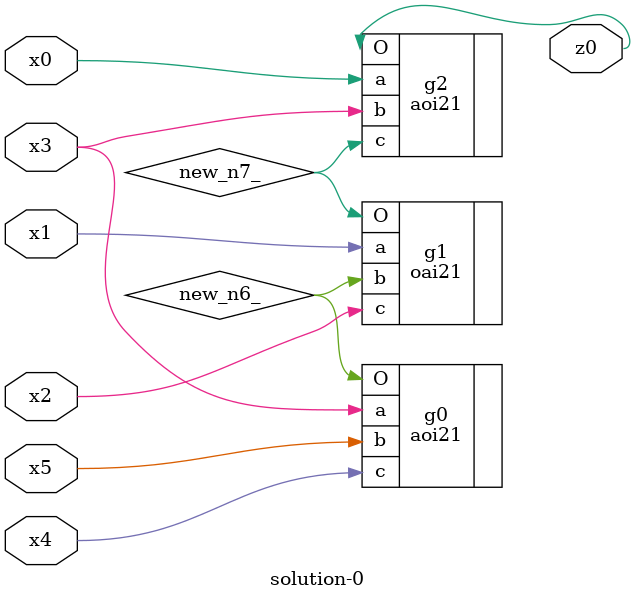
<source format=v>
module \solution-0 (
  x0, x1, x2, x3, x4, x5,
  z0 );
  input x0, x1, x2, x3, x4, x5;
  output z0;
  wire new_n6_, new_n7_;
  aoi21  g0(.a(x3), .b(x5), .c(x4), .O(new_n6_));
  oai21  g1(.a(x1), .b(new_n6_), .c(x2), .O(new_n7_));
  aoi21  g2(.a(x0), .b(x3), .c(new_n7_), .O(z0));
endmodule

</source>
